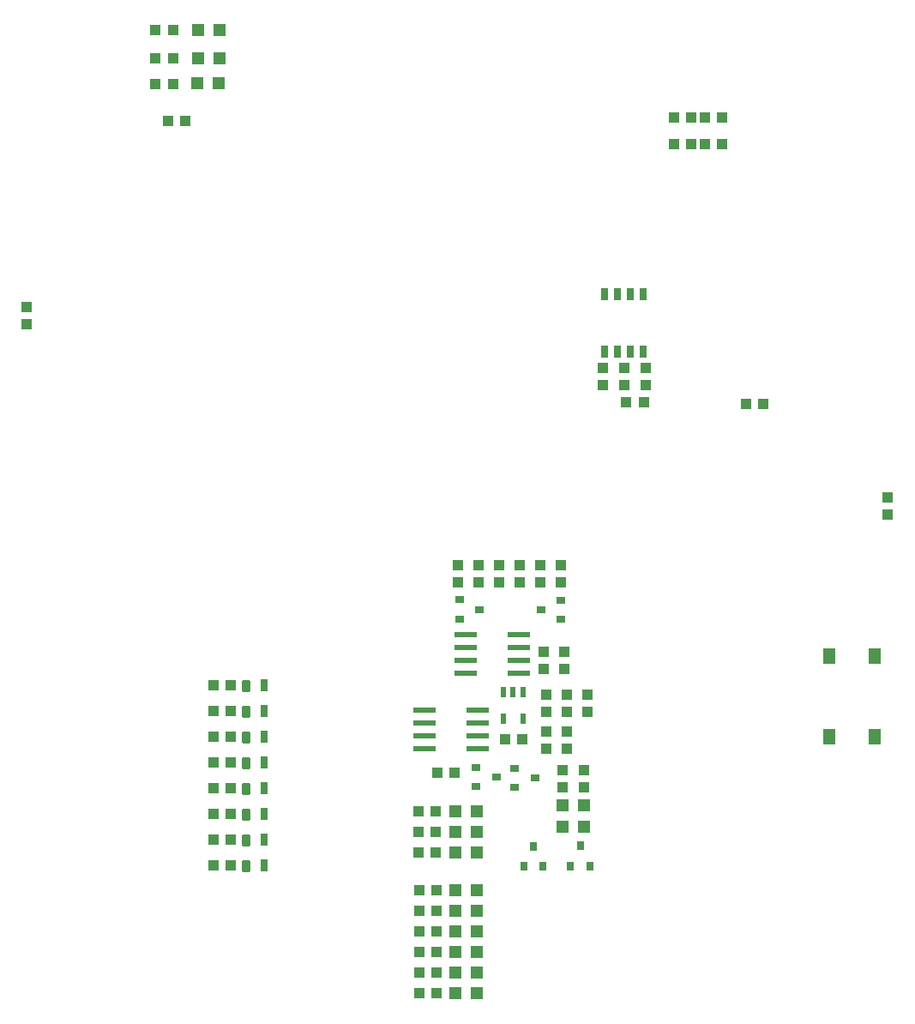
<source format=gbr>
G04 EAGLE Gerber RS-274X export*
G75*
%MOMM*%
%FSLAX34Y34*%
%LPD*%
%INSolderpaste Top*%
%IPPOS*%
%AMOC8*
5,1,8,0,0,1.08239X$1,22.5*%
G01*
%ADD10R,1.100000X1.000000*%
%ADD11R,1.000000X1.100000*%
%ADD12R,0.900000X0.800000*%
%ADD13R,0.800000X0.900000*%
%ADD14R,0.800000X1.200000*%
%ADD15C,0.240000*%
%ADD16R,1.200000X1.200000*%
%ADD17R,1.300000X1.550000*%
%ADD18R,2.200000X0.600000*%
%ADD19R,0.550000X1.000000*%
%ADD20R,0.760000X1.270000*%


D10*
X736990Y912876D03*
X753990Y912876D03*
X736990Y885952D03*
X753990Y885952D03*
D11*
X620522Y342510D03*
X620522Y325510D03*
X594868Y453780D03*
X594868Y470780D03*
X493014Y453780D03*
X493014Y470780D03*
X635762Y665344D03*
X635762Y648344D03*
X677926Y648344D03*
X677926Y665344D03*
D10*
X223638Y908812D03*
X206638Y908812D03*
D12*
X549054Y251358D03*
X549054Y270358D03*
X569054Y260858D03*
X594708Y436220D03*
X594708Y417220D03*
X574708Y426720D03*
X494444Y417474D03*
X494444Y436474D03*
X514444Y426974D03*
D13*
X623164Y173388D03*
X604164Y173388D03*
X613664Y193388D03*
X576936Y173134D03*
X557936Y173134D03*
X567436Y193134D03*
D14*
X301608Y199390D03*
D15*
X286408Y204190D02*
X280808Y204190D01*
X286408Y204190D02*
X286408Y194590D01*
X280808Y194590D01*
X280808Y204190D01*
X280808Y196870D02*
X286408Y196870D01*
X286408Y199150D02*
X280808Y199150D01*
X280808Y201430D02*
X286408Y201430D01*
X286408Y203710D02*
X280808Y203710D01*
D14*
X301608Y224790D03*
D15*
X286408Y229590D02*
X280808Y229590D01*
X286408Y229590D02*
X286408Y219990D01*
X280808Y219990D01*
X280808Y229590D01*
X280808Y222270D02*
X286408Y222270D01*
X286408Y224550D02*
X280808Y224550D01*
X280808Y226830D02*
X286408Y226830D01*
X286408Y229110D02*
X280808Y229110D01*
D14*
X301608Y250190D03*
D15*
X286408Y254990D02*
X280808Y254990D01*
X286408Y254990D02*
X286408Y245390D01*
X280808Y245390D01*
X280808Y254990D01*
X280808Y247670D02*
X286408Y247670D01*
X286408Y249950D02*
X280808Y249950D01*
X280808Y252230D02*
X286408Y252230D01*
X286408Y254510D02*
X280808Y254510D01*
D14*
X301608Y351790D03*
D15*
X286408Y356590D02*
X280808Y356590D01*
X286408Y356590D02*
X286408Y346990D01*
X280808Y346990D01*
X280808Y356590D01*
X280808Y349270D02*
X286408Y349270D01*
X286408Y351550D02*
X280808Y351550D01*
X280808Y353830D02*
X286408Y353830D01*
X286408Y356110D02*
X280808Y356110D01*
D14*
X301608Y326390D03*
D15*
X286408Y331190D02*
X280808Y331190D01*
X286408Y331190D02*
X286408Y321590D01*
X280808Y321590D01*
X280808Y331190D01*
X280808Y323870D02*
X286408Y323870D01*
X286408Y326150D02*
X280808Y326150D01*
X280808Y328430D02*
X286408Y328430D01*
X286408Y330710D02*
X280808Y330710D01*
D14*
X301608Y300990D03*
D15*
X286408Y305790D02*
X280808Y305790D01*
X286408Y305790D02*
X286408Y296190D01*
X280808Y296190D01*
X280808Y305790D01*
X280808Y298470D02*
X286408Y298470D01*
X286408Y300750D02*
X280808Y300750D01*
X280808Y303030D02*
X286408Y303030D01*
X286408Y305310D02*
X280808Y305310D01*
D14*
X301608Y275590D03*
D15*
X286408Y280390D02*
X280808Y280390D01*
X286408Y280390D02*
X286408Y270790D01*
X280808Y270790D01*
X280808Y280390D01*
X280808Y273070D02*
X286408Y273070D01*
X286408Y275350D02*
X280808Y275350D01*
X280808Y277630D02*
X286408Y277630D01*
X286408Y279910D02*
X280808Y279910D01*
D14*
X301608Y173990D03*
D15*
X286408Y178790D02*
X280808Y178790D01*
X286408Y178790D02*
X286408Y169190D01*
X280808Y169190D01*
X280808Y178790D01*
X280808Y171470D02*
X286408Y171470D01*
X286408Y173750D02*
X280808Y173750D01*
X280808Y176030D02*
X286408Y176030D01*
X286408Y178310D02*
X280808Y178310D01*
D16*
X511642Y47752D03*
X490642Y47752D03*
X511388Y149606D03*
X490388Y149606D03*
X511388Y227838D03*
X490388Y227838D03*
X511388Y207518D03*
X490388Y207518D03*
X511642Y129286D03*
X490642Y129286D03*
X596138Y212512D03*
X596138Y233512D03*
X511642Y109474D03*
X490642Y109474D03*
X511642Y68072D03*
X490642Y68072D03*
X511642Y88646D03*
X490642Y88646D03*
X617474Y212512D03*
X617474Y233512D03*
X511388Y187198D03*
X490388Y187198D03*
X236642Y998982D03*
X257642Y998982D03*
X236134Y971296D03*
X257134Y971296D03*
X235880Y946404D03*
X256880Y946404D03*
D12*
X510954Y251866D03*
X510954Y270866D03*
X530954Y261366D03*
D11*
X600202Y342510D03*
X600202Y325510D03*
X579882Y342510D03*
X579882Y325510D03*
D10*
X454542Y68072D03*
X471542Y68072D03*
D11*
X554228Y470780D03*
X554228Y453780D03*
X596138Y268596D03*
X596138Y251596D03*
X617728Y268596D03*
X617728Y251596D03*
X574548Y453780D03*
X574548Y470780D03*
X513588Y453780D03*
X513588Y470780D03*
X600456Y306442D03*
X600456Y289442D03*
X580136Y289442D03*
X580136Y306442D03*
X577596Y385182D03*
X577596Y368182D03*
X597916Y385182D03*
X597916Y368182D03*
D10*
X556378Y298958D03*
X539378Y298958D03*
X454288Y186944D03*
X471288Y186944D03*
X454542Y88392D03*
X471542Y88392D03*
D11*
X917448Y537582D03*
X917448Y520582D03*
D10*
X777122Y629920D03*
X794122Y629920D03*
D11*
X657098Y665344D03*
X657098Y648344D03*
D10*
X676266Y631698D03*
X659266Y631698D03*
X194446Y998982D03*
X211446Y998982D03*
X194446Y971296D03*
X211446Y971296D03*
X194446Y945896D03*
X211446Y945896D03*
D11*
X67310Y725542D03*
X67310Y708542D03*
D10*
X268850Y199390D03*
X251850Y199390D03*
X268850Y224790D03*
X251850Y224790D03*
X268850Y250190D03*
X251850Y250190D03*
X268850Y351790D03*
X251850Y351790D03*
X268850Y326390D03*
X251850Y326390D03*
X268850Y300990D03*
X251850Y300990D03*
X268850Y275590D03*
X251850Y275590D03*
X268850Y173990D03*
X251850Y173990D03*
X706510Y912876D03*
X723510Y912876D03*
X706510Y885952D03*
X723510Y885952D03*
X454288Y227584D03*
X471288Y227584D03*
X454288Y207264D03*
X471288Y207264D03*
X454542Y47752D03*
X471542Y47752D03*
X454542Y129032D03*
X471542Y129032D03*
X454542Y149352D03*
X471542Y149352D03*
D11*
X533908Y470780D03*
X533908Y453780D03*
D10*
X454542Y108712D03*
X471542Y108712D03*
X489576Y265684D03*
X472576Y265684D03*
D17*
X904388Y301626D03*
X904388Y381126D03*
X859388Y301626D03*
X859388Y381126D03*
D18*
X552796Y376682D03*
X500796Y376682D03*
X552796Y363982D03*
X552796Y389382D03*
X552796Y402082D03*
X500796Y363982D03*
X500796Y389382D03*
X500796Y402082D03*
D19*
X547370Y345732D03*
X556870Y345732D03*
X537870Y345732D03*
X537870Y318732D03*
X556870Y318732D03*
D18*
X512156Y302260D03*
X460156Y302260D03*
X512156Y289560D03*
X512156Y314960D03*
X512156Y327660D03*
X460156Y289560D03*
X460156Y314960D03*
X460156Y327660D03*
D20*
X663194Y738530D03*
X663194Y681330D03*
X675894Y738530D03*
X650494Y738530D03*
X637794Y738530D03*
X675894Y681330D03*
X650494Y681330D03*
X637794Y681330D03*
M02*

</source>
